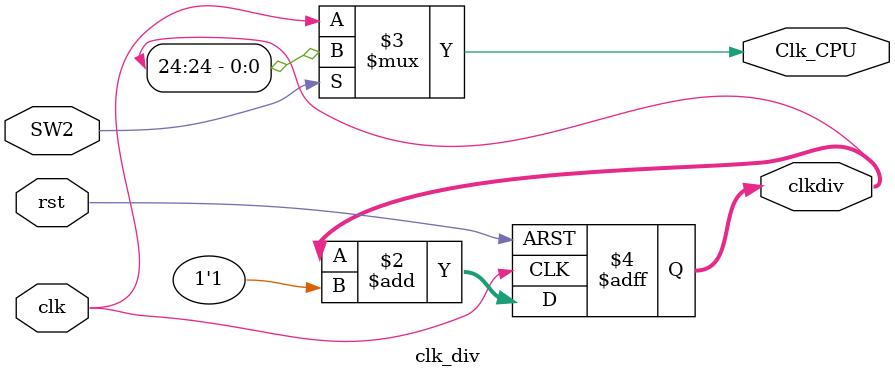
<source format=v>
`timescale 1ns / 1ps
module clk_div(input clk,
					input rst,
					input SW2,
					output reg[31:0]clkdiv,
					output Clk_CPU
					);
					
// Clock divider-Ê±ÖÓ·ÖÆµÆ÷


	always @ (posedge clk or posedge rst) begin 
		if (rst) clkdiv <= 0; else clkdiv <= clkdiv + 1'b1; end
		
	assign Clk_CPU=(SW2)? clkdiv[24] : clk;
		
endmodule

</source>
